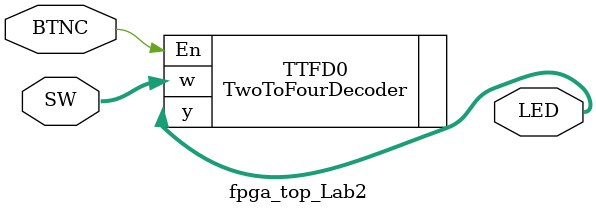
<source format=sv>
module fpga_top_Lab2(
    input logic [1:0] SW,
    input logic BTNC,
    output logic [0:3] LED
);

TwoToFourDecoder TTFD0 (
	.w(SW), 
	.En(BTNC), 
	.y(LED)
);

endmodule

</source>
